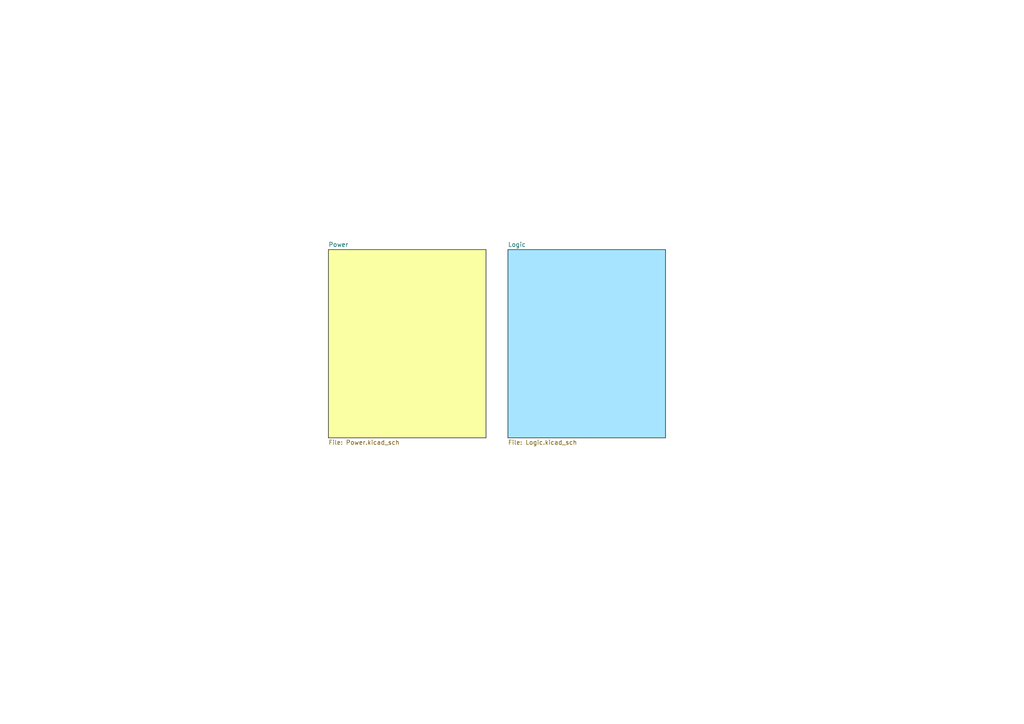
<source format=kicad_sch>
(kicad_sch
	(version 20250114)
	(generator "eeschema")
	(generator_version "9.0")
	(uuid "3812606d-d043-459e-83f3-ddf2481b956e")
	(paper "A4")
	(lib_symbols)
	(sheet
		(at 95.25 72.39)
		(size 45.72 54.61)
		(exclude_from_sim no)
		(in_bom yes)
		(on_board yes)
		(dnp no)
		(fields_autoplaced yes)
		(stroke
			(width 0.1524)
			(type solid)
			(color 0 0 0 1)
		)
		(fill
			(color 245 255 78 0.5100)
		)
		(uuid "11915dbb-4e75-4410-a0e5-e7e9969feff3")
		(property "Sheetname" "Power"
			(at 95.25 71.6784 0)
			(effects
				(font
					(size 1.27 1.27)
				)
				(justify left bottom)
			)
		)
		(property "Sheetfile" "Power.kicad_sch"
			(at 95.25 127.5846 0)
			(effects
				(font
					(size 1.27 1.27)
				)
				(justify left top)
			)
		)
		(instances
			(project "Tolsma-Grisnich_4-20mAstrmbrn"
				(path "/3812606d-d043-459e-83f3-ddf2481b956e"
					(page "2")
				)
			)
		)
	)
	(sheet
		(at 147.32 72.39)
		(size 45.72 54.61)
		(exclude_from_sim no)
		(in_bom yes)
		(on_board yes)
		(dnp no)
		(fields_autoplaced yes)
		(stroke
			(width 0.1524)
			(type solid)
			(color 5 5 5 1)
		)
		(fill
			(color 126 218 255 0.6800)
		)
		(uuid "fbc40d18-34fe-4db8-a481-6b907e6a3a9e")
		(property "Sheetname" "Logic"
			(at 147.32 71.6784 0)
			(effects
				(font
					(size 1.27 1.27)
				)
				(justify left bottom)
			)
		)
		(property "Sheetfile" "Logic.kicad_sch"
			(at 147.32 127.5846 0)
			(effects
				(font
					(size 1.27 1.27)
				)
				(justify left top)
			)
		)
		(instances
			(project "Tolsma-Grisnich_4-20mAstrmbrn"
				(path "/3812606d-d043-459e-83f3-ddf2481b956e"
					(page "3")
				)
			)
		)
	)
	(sheet_instances
		(path "/"
			(page "1")
		)
	)
	(embedded_fonts no)
)

</source>
